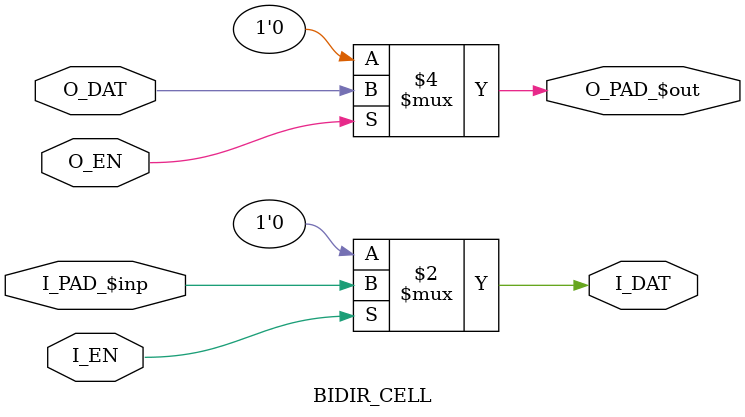
<source format=v>
module BIDIR_CELL(
    I_PAD_$inp, I_DAT, I_EN,
    O_PAD_$out, O_DAT, O_EN
);
    (* iopad_external_pin *)
    input  wire I_PAD_$inp;
    input  wire I_EN;
    input  wire O_DAT;
    input  wire O_EN;
    (* DELAY_CONST_I_PAD_$inp="{iopath_IP_IZ}" *)
    (* DELAY_CONST_I_EN="1e-10" *)  // No timing for IE/INEN -> IZ in LIB/SDF.
    output wire I_DAT;
    (* DELAY_CONST_O_DAT="{iopath_OQI_IP}" *)
    (* DELAY_CONST_O_EN="{iopath_IE_IP}" *)
	(* iopad_external_pin *)
    output wire O_PAD_$out;
    specify
        (O_DAT => O_PAD_$out) = (0,0);
        (O_EN => O_PAD_$out) = (0,0);
        (I_PAD_$inp => I_DAT) = (0,0);
        (I_EN => I_DAT) = (0,0);
    endspecify
    // Parameters
    parameter [0:0] ESEL    = 0;
    parameter [0:0] OSEL    = 0;
    parameter [0:0] FIXHOLD = 0;
    parameter [0:0] WPD     = 0;
    parameter [0:0] DS      = 0;
    // Behavioral model
    assign I_DAT = (I_EN == 1'b1) ? I_PAD_$inp : 1'b0;
    assign O_PAD_$out = (O_EN == 1'b1) ? O_DAT : 1'b0;
endmodule
</source>
